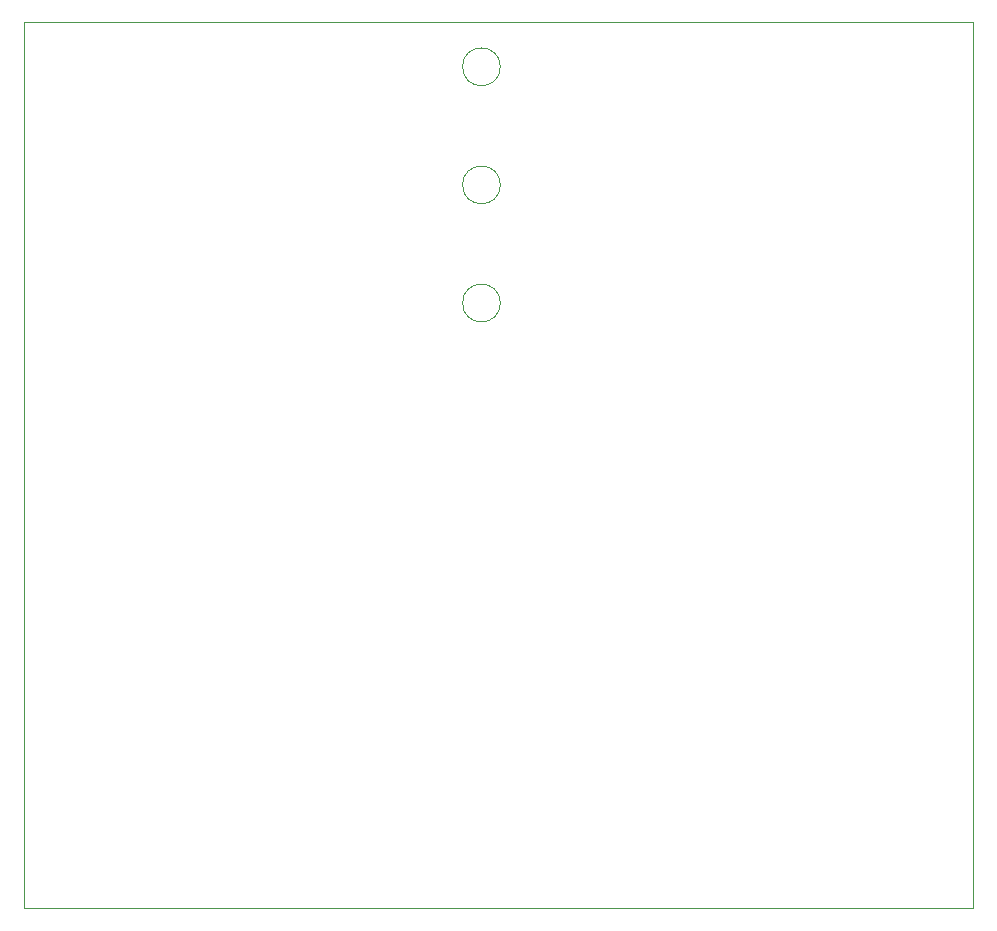
<source format=gbr>
%TF.GenerationSoftware,KiCad,Pcbnew,8.0.9*%
%TF.CreationDate,2025-04-09T23:57:20+02:00*%
%TF.ProjectId,Micro_mouse_final,4d696372-6f5f-46d6-9f75-73655f66696e,rev?*%
%TF.SameCoordinates,Original*%
%TF.FileFunction,Profile,NP*%
%FSLAX46Y46*%
G04 Gerber Fmt 4.6, Leading zero omitted, Abs format (unit mm)*
G04 Created by KiCad (PCBNEW 8.0.9) date 2025-04-09 23:57:20*
%MOMM*%
%LPD*%
G01*
G04 APERTURE LIST*
%TA.AperFunction,Profile*%
%ADD10C,0.100000*%
%TD*%
%TA.AperFunction,Profile*%
%ADD11C,0.050000*%
%TD*%
G04 APERTURE END LIST*
D10*
X158650000Y-94310000D02*
G75*
G02*
X155450000Y-94310000I-1600000J0D01*
G01*
X155450000Y-94310000D02*
G75*
G02*
X158650000Y-94310000I1600000J0D01*
G01*
X158650000Y-84310000D02*
G75*
G02*
X155450000Y-84310000I-1600000J0D01*
G01*
X155450000Y-84310000D02*
G75*
G02*
X158650000Y-84310000I1600000J0D01*
G01*
X158650000Y-74310000D02*
G75*
G02*
X155450000Y-74310000I-1600000J0D01*
G01*
X155450000Y-74310000D02*
G75*
G02*
X158650000Y-74310000I1600000J0D01*
G01*
D11*
X118350000Y-145550000D02*
X198650000Y-145550000D01*
D10*
X118350000Y-70550000D02*
X118350000Y-145550000D01*
X157000000Y-70550000D02*
X118350000Y-70550000D01*
X198650000Y-70550000D02*
X198650000Y-145550000D01*
X157000000Y-70550000D02*
X198650000Y-70550000D01*
M02*

</source>
